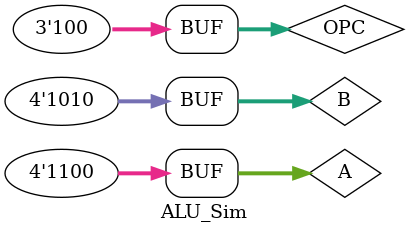
<source format=v>
`timescale 1ns / 1ps


module ALU_Sim( );
    reg [2:0] OPC;
    reg [3:0] A;
    reg [3:0] B;
    wire [3:0] Out;
    wire error;
    reg [3:0] i; //Always give this an extra bit, otherwise for loops wont recognize as completed 
    
    ALU UUT( .OPC(OPC), .A(A), .B(B), .Out(Out), .error(error) );
    
    initial begin
        B=4'b0000;
        // NOT 0000
        A=4'b0000;
        OPC=3'b000;
        #10;
        
        //NOT 1010
        A=4'b1010;
        OPC=3'b000;
        #10;
        
        // 0111 NAND 1101
        A=4'b0111;
        B=4'b1101;
        OPC=3'b001;
        #10;
        
        // 0110 NOR 1100
        A=4'b0110;
        B=4'b1100;
        OPC=3'b010;
        #10;
        
        // 0111 XOR 0101
        A=4'b0111;
        B=4'b0101;
        OPC=3'b011;
        #10;
        
        // 0111 + 0011 will error
        A=4'b0111;
        B=4'b0011;
        OPC=3'b100;
        #10;
        
        //0010 + 0011 wont error
        A=4'b0010;
        B=4'b0011;
        OPC=3'b100;
        #10;
        
        //1100 + 0101 wont error
        A=4'b1100;
        B=4'b0101;
        OPC=3'b100;
        #10;
        
        //1100 + 1101 will error
        A=4'b1100;
        B=4'b1101;
        OPC=3'b100;
        #10;
        
        // 0111 - 0011 wont error
        A=4'b0111;
        B=4'b0011;
        OPC=3'b101;
        #10;
        
        //0010 - 0011 wont error
        A=4'b0010;
        B=4'b0011;
        OPC=3'b101;
        #10;
        
        //1100 - 0101 will error
        A=4'b1100;
        B=4'b0101;
        OPC=3'b101;
        #10;
        
        //1100 - 1100 wont error
        A=4'b1100;
        B=4'b1100;
        OPC=3'b101;
        #10;
        
        //-4 + -6 should error
        A=4'b1100;
        B=4'b1010;
        OPC=3'b100;
        #20;
    end
endmodule

</source>
